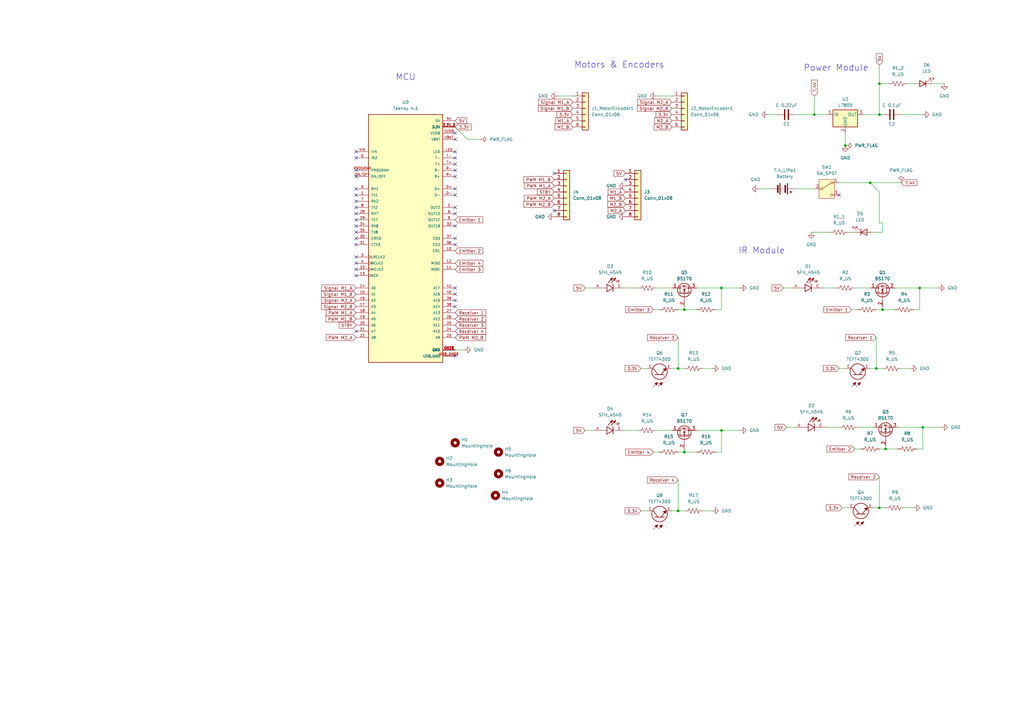
<source format=kicad_sch>
(kicad_sch (version 20250114) (generator "eeschema") (generator_version "9.0")
  (paper "A3")
  (lib_symbols
    (symbol "Connector_Generic:Conn_01x06" (pin_names (offset 1.016) (hide yes))
      (property "Reference" "J" (at 0 7.62 0))
      (property "Value" "Conn_01x06" (at 0 -10.16 0))
      (symbol "Conn_01x06_1_1"
        (pin passive line (at -5.08 5.08 0) (length 3.81) (name "Pin_1") (number "1"))
        (pin passive line (at -5.08 2.54 0) (length 3.81) (name "Pin_2") (number "2"))
        (pin passive line (at -5.08 0 0) (length 3.81) (name "Pin_3") (number "3"))
        (pin passive line (at -5.08 -2.54 0) (length 3.81) (name "Pin_4") (number "4"))
        (pin passive line (at -5.08 -5.08 0) (length 3.81) (name "Pin_5") (number "5"))
        (pin passive line (at -5.08 -7.62 0) (length 3.81) (name "Pin_6") (number "6"))
      )
    )
    (symbol "Connector_Generic:Conn_01x08" (pin_names (offset 1.016) (hide yes))
      (property "Reference" "J" (at 0 10.16 0))
      (property "Value" "Conn_01x08" (at 0 -12.7 0))
      (symbol "Conn_01x08_1_1"
        (pin passive line (at -5.08 7.62 0) (length 3.81) (name "Pin_1") (number "1"))
        (pin passive line (at -5.08 5.08 0) (length 3.81) (name "Pin_2") (number "2"))
        (pin passive line (at -5.08 2.54 0) (length 3.81) (name "Pin_3") (number "3"))
        (pin passive line (at -5.08 0 0) (length 3.81) (name "Pin_4") (number "4"))
        (pin passive line (at -5.08 -2.54 0) (length 3.81) (name "Pin_5") (number "5"))
        (pin passive line (at -5.08 -5.08 0) (length 3.81) (name "Pin_6") (number "6"))
        (pin passive line (at -5.08 -7.62 0) (length 3.81) (name "Pin_7") (number "7"))
        (pin passive line (at -5.08 -10.16 0) (length 3.81) (name "Pin_8") (number "8"))
      )
    )
    (symbol "Device:Battery" (pin_numbers (hide yes)) (pin_names (offset 0) (hide yes))
      (property "Reference" "BT" (at 2.54 2.54 0))
      (property "Value" "Battery" (at 2.54 0 0))
      (symbol "Battery_1_1"
        (pin passive line (at 0 5.08 270) (length 2.54) (name "+") (number "1"))
        (pin passive line (at 0 -5.08 90) (length 2.54) (name "-") (number "2"))
      )
    )
    (symbol "Device:C" (pin_numbers (hide yes)) (pin_names (offset 0.254))
      (property "Reference" "C" (at 0.635 2.54 0))
      (property "Value" "C" (at 0.635 -2.54 0))
      (symbol "C_1_1"
        (pin passive line (at 0 3.81 270) (length 2.794) (name "~") (number "1"))
        (pin passive line (at 0 -3.81 90) (length 2.794) (name "~") (number "2"))
      )
    )
    (symbol "Device:LED" (pin_numbers (hide yes)) (pin_names (offset 1.016) (hide yes))
      (property "Reference" "D" (at 0 2.54 0))
      (property "Value" "LED" (at 0 -2.54 0))
      (symbol "LED_1_1"
        (pin passive line (at -3.81 0 0) (length 2.54) (name "K") (number "1"))
        (pin passive line (at 3.81 0 180) (length 2.54) (name "A") (number "2"))
      )
    )
    (symbol "Device:R_US" (pin_numbers (hide yes)) (pin_names (offset 0))
      (property "Reference" "R" (at 2.54 0 90))
      (property "Value" "R_US" (at -2.54 0 90))
      (symbol "R_US_1_1"
        (pin passive line (at 0 3.81 270) (length 1.27) (name "~") (number "1"))
        (pin passive line (at 0 -3.81 90) (length 1.27) (name "~") (number "2"))
      )
    )
    (symbol "Mechanical:MountingHole" (pin_names (offset 1.016)) (in_bom no)
      (property "Reference" "H" (at 0 5.08 0))
      (property "Value" "MountingHole" (at 0 3.175 0))
    )
    (symbol "Regulator_Linear:L7805" (pin_names (offset 0.254))
      (property "Reference" "U" (at -3.81 3.175 0))
      (property "Value" "L7805" (at 0 3.175 0))
      (symbol "L7805_1_1"
        (pin power_in line (at -7.62 0 0) (length 2.54) (name "IN") (number "1"))
        (pin power_in line (at 0 -7.62 90) (length 2.54) (name "GND") (number "2"))
        (pin power_out line (at 7.62 0 180) (length 2.54) (name "OUT") (number "3"))
      )
    )
    (symbol "SFH_4545:SFH_4545" (pin_names (offset 1.016))
      (property "Reference" "D" (at -3.556 4.826 0))
      (property "Value" "SFH_4545" (at -3.556 -3.302 0))
      (symbol "SFH_4545_0_0"
        (text "IR" (at 1.016 2.032 0) (effects (font (size 1.016 1.016)) (justify left bottom)))
        (pin passive line (at -7.62 0 0) (length 2.54) (name "~") (number "A"))
        (pin passive line (at 5.08 0 180) (length 5.08) (name "~") (number "C"))
      )
    )
    (symbol "Switch:SW_SPDT" (pin_names (offset 0) (hide yes))
      (property "Reference" "SW" (at 0 5.08 0))
      (property "Value" "SW_SPDT" (at 0 -5.08 0))
      (symbol "SW_SPDT_1_1"
        (pin passive line (at -5.08 0 0) (length 2.54) (name "B") (number "2"))
        (pin passive line (at 5.08 2.54 180) (length 2.54) (name "A") (number "1"))
        (pin passive line (at 5.08 -2.54 180) (length 2.54) (name "C") (number "3"))
      )
    )
    (symbol "TEFT4300:TEFT4300" (pin_names (offset 1.016))
      (property "Reference" "Q" (at -10.1556 5.0822 0))
      (property "Value" "TEFT4300" (at -10.1508 -7.62 0))
      (symbol "TEFT4300_0_0"
        (pin passive line (at 2.54 5.08 270) (length 2.54) (name "~") (number "C"))
        (pin passive line (at 2.54 -5.08 90) (length 2.54) (name "~") (number "E"))
      )
    )
    (symbol "Teensy 4.1:DEV-16771" (pin_names (offset 1.016))
      (property "Reference" "U" (at -15.24 52.07 0))
      (property "Value" "DEV-16771" (at -15.24 -53.34 0))
      (symbol "DEV-16771_0_0"
        (pin input line (at -20.32 35.56 0) (length 5.08) (name "VIN") (number "VIN"))
        (pin bidirectional line (at -20.32 33.02 0) (length 5.08) (name "IN2") (number "5"))
        (pin bidirectional line (at -20.32 27.94 0) (length 5.08) (name "PROGRAM") (number "PROGRAM"))
        (pin bidirectional line (at -20.32 25.4 0) (length 5.08) (name "ON/OFF") (number "ON/OFF"))
        (pin bidirectional line (at -20.32 20.32 0) (length 5.08) (name "RX1") (number "0"))
        (pin bidirectional line (at -20.32 17.78 0) (length 5.08) (name "TX1") (number "1"))
        (pin bidirectional line (at -20.32 15.24 0) (length 5.08) (name "RX2") (number "7"))
        (pin bidirectional line (at -20.32 12.7 0) (length 5.08) (name "TX2") (number "8"))
        (pin bidirectional line (at -20.32 10.16 0) (length 5.08) (name "RX7") (number "28"))
        (pin bidirectional line (at -20.32 7.62 0) (length 5.08) (name "TX7") (number "29"))
        (pin bidirectional line (at -20.32 5.08 0) (length 5.08) (name "RX8") (number "34"))
        (pin bidirectional line (at -20.32 2.54 0) (length 5.08) (name "TX8") (number "35"))
        (pin bidirectional line (at -20.32 0 0) (length 5.08) (name "CRX3") (number "30"))
        (pin bidirectional line (at -20.32 -2.54 0) (length 5.08) (name "CTX3") (number "31"))
        (pin bidirectional clock (at -20.32 -7.62 0) (length 5.08) (name "LRCLK2") (number "3"))
        (pin bidirectional clock (at -20.32 -10.16 0) (length 5.08) (name "BCLK2") (number "4"))
        (pin bidirectional clock (at -20.32 -12.7 0) (length 5.08) (name "MCLK2") (number "33"))
        (pin bidirectional clock (at -20.32 -15.24 0) (length 5.08) (name "SCK") (number "13"))
        (pin bidirectional line (at -20.32 -20.32 0) (length 5.08) (name "A0") (number "14"))
        (pin bidirectional line (at -20.32 -22.86 0) (length 5.08) (name "A1") (number "15"))
        (pin bidirectional line (at -20.32 -25.4 0) (length 5.08) (name "A2") (number "16"))
        (pin bidirectional line (at -20.32 -27.94 0) (length 5.08) (name "A3") (number "17"))
        (pin bidirectional line (at -20.32 -30.48 0) (length 5.08) (name "A4") (number "18"))
        (pin bidirectional line (at -20.32 -33.02 0) (length 5.08) (name "A5") (number "19"))
        (pin bidirectional line (at -20.32 -35.56 0) (length 5.08) (name "A6") (number "20"))
        (pin bidirectional line (at -20.32 -38.1 0) (length 5.08) (name "A7") (number "21"))
        (pin bidirectional line (at -20.32 -40.64 0) (length 5.08) (name "A8") (number "22"))
        (pin power_in line (at 20.32 48.26 180) (length 5.08) (name "5V") (number "5V"))
        (pin power_in line (at 20.32 45.72 180) (length 5.08) (name "3.3V") (number "3.3V_1"))
        (pin power_in line (at 20.32 45.72 180) (length 5.08) (name "3.3V") (number "3.3V_2"))
        (pin power_in line (at 20.32 45.72 180) (length 5.08) (name "3.3V") (number "3.3V_3"))
        (pin passive line (at 20.32 43.18 180) (length 5.08) (name "VUSB") (number "VUSB"))
        (pin passive line (at 20.32 40.64 180) (length 5.08) (name "VBAT") (number "VBAT"))
        (pin bidirectional line (at 20.32 35.56 180) (length 5.08) (name "LED") (number "LED"))
        (pin bidirectional line (at 20.32 33.02 180) (length 5.08) (name "T-") (number "T-"))
        (pin bidirectional line (at 20.32 30.48 180) (length 5.08) (name "T+") (number "T+"))
        (pin bidirectional line (at 20.32 27.94 180) (length 5.08) (name "R-") (number "R-"))
        (pin bidirectional line (at 20.32 25.4 180) (length 5.08) (name "R+") (number "R+"))
        (pin bidirectional line (at 20.32 20.32 180) (length 5.08) (name "D+") (number "D+"))
        (pin bidirectional line (at 20.32 17.78 180) (length 5.08) (name "D-") (number "D-"))
        (pin output line (at 20.32 12.7 180) (length 5.08) (name "OUT2") (number "2"))
        (pin output line (at 20.32 10.16 180) (length 5.08) (name "OUT1D") (number "6"))
        (pin output line (at 20.32 7.62 180) (length 5.08) (name "OUT1C") (number "9"))
        (pin output line (at 20.32 5.08 180) (length 5.08) (name "OUT1B") (number "32"))
        (pin bidirectional line (at 20.32 0 180) (length 5.08) (name "CS3") (number "37"))
        (pin bidirectional line (at 20.32 -2.54 180) (length 5.08) (name "CS2") (number "36"))
        (pin bidirectional line (at 20.32 -5.08 180) (length 5.08) (name "CS1") (number "10"))
        (pin bidirectional line (at 20.32 -10.16 180) (length 5.08) (name "MISO") (number "12"))
        (pin bidirectional line (at 20.32 -12.7 180) (length 5.08) (name "MOSI") (number "11"))
        (pin bidirectional line (at 20.32 -20.32 180) (length 5.08) (name "A17") (number "41"))
        (pin bidirectional line (at 20.32 -22.86 180) (length 5.08) (name "A16") (number "40"))
        (pin bidirectional line (at 20.32 -25.4 180) (length 5.08) (name "A15") (number "39"))
        (pin bidirectional line (at 20.32 -27.94 180) (length 5.08) (name "A14") (number "38"))
        (pin bidirectional line (at 20.32 -30.48 180) (length 5.08) (name "A13") (number "27"))
        (pin bidirectional line (at 20.32 -33.02 180) (length 5.08) (name "A12") (number "26"))
        (pin bidirectional line (at 20.32 -35.56 180) (length 5.08) (name "A11") (number "25"))
        (pin bidirectional line (at 20.32 -38.1 180) (length 5.08) (name "A10") (number "24"))
        (pin bidirectional line (at 20.32 -40.64 180) (length 5.08) (name "A9") (number "23"))
        (pin power_in line (at 20.32 -45.72 180) (length 5.08) (name "GND") (number "GND1"))
        (pin power_in line (at 20.32 -45.72 180) (length 5.08) (name "GND") (number "GND2"))
        (pin power_in line (at 20.32 -45.72 180) (length 5.08) (name "GND") (number "GND3"))
        (pin power_in line (at 20.32 -45.72 180) (length 5.08) (name "GND") (number "GND4"))
        (pin power_in line (at 20.32 -45.72 180) (length 5.08) (name "GND") (number "GND5"))
        (pin power_in line (at 20.32 -48.26 180) (length 5.08) (name "USB_GND") (number "USB_GND1"))
        (pin power_in line (at 20.32 -48.26 180) (length 5.08) (name "USB_GND") (number "USB_GND2"))
      )
    )
    (symbol "Transistor_FET:BS170" (pin_names (hide yes))
      (property "Reference" "Q" (at 5.08 1.905 0))
      (property "Value" "BS170" (at 5.08 0 0))
      (symbol "BS170_1_1"
        (pin input line (at -5.08 0 0) (length 2.54) (name "G") (number "2"))
        (pin passive line (at 2.54 5.08 270) (length 2.54) (name "D") (number "1"))
        (pin passive line (at 2.54 -5.08 90) (length 2.54) (name "S") (number "3"))
      )
    )
    (symbol "power:GND" (power) (pin_numbers (hide yes)) (pin_names (offset 0) (hide yes))
      (property "Value" "GND" (at 0 -3.81 0))
      (symbol "GND_1_1"
        (pin power_in line (at 0 0 270) (length 0) (name "~") (number "1"))
      )
    )
    (symbol "power:PWR_FLAG" (power) (pin_numbers (hide yes)) (pin_names (offset 0) (hide yes))
      (property "Value" "PWR_FLAG" (at 0 3.81 0))
      (symbol "PWR_FLAG_0_0"
        (pin power_out line (at 0 0 90) (length 0) (name "~") (number "1"))
      )
    )
  )
  (text "Power Module" (at 342.9 27.94 0) (effects (font (size 2.54 2.54))))
  (text "IR Module" (at 312.42 102.87 0) (effects (font (size 2.54 2.54))))
  (text "MCU" (at 166.37 31.75 0) (effects (font (size 2.54 2.54))))
  (text "Motors & Encoders\n" (at 254 26.67 0) (effects (font (size 2.54 2.54))))
  (junction (at 295.91 118.11))
  (junction (at 295.91 176.53))
  (junction (at 363.22 184.15))
  (junction (at 360.68 46.99))
  (junction (at 360.68 208.28))
  (junction (at 334.01 46.99))
  (junction (at 356.87 74.93))
  (junction (at 361.95 127))
  (junction (at 280.67 185.42))
  (junction (at 278.13 151.13))
  (junction (at 378.46 175.26))
  (junction (at 346.71 59.69))
  (junction (at 377.19 118.11))
  (junction (at 278.13 209.55))
  (junction (at 359.41 151.13))
  (junction (at 280.67 127))
  (junction (at 360.68 34.29))
  (no_connect (at 186.69 123.19))
  (no_connect (at 146.05 92.71))
  (no_connect (at 146.05 64.77))
  (no_connect (at 344.17 80.01))
  (no_connect (at 186.69 64.77))
  (no_connect (at 146.05 80.01))
  (no_connect (at 186.69 77.47))
  (no_connect (at 186.69 67.31))
  (no_connect (at 186.69 54.61))
  (no_connect (at 146.05 100.33))
  (no_connect (at 146.05 90.17))
  (no_connect (at 186.69 87.63))
  (no_connect (at 186.69 92.71))
  (no_connect (at 146.05 97.79))
  (no_connect (at 146.05 69.85))
  (no_connect (at 146.05 72.39))
  (no_connect (at 146.05 135.89))
  (no_connect (at 186.69 85.09))
  (no_connect (at 186.69 62.23))
  (no_connect (at 186.69 146.05))
  (no_connect (at 146.05 113.03))
  (no_connect (at 146.05 107.95))
  (no_connect (at 146.05 85.09))
  (no_connect (at 146.05 82.55))
  (no_connect (at 146.05 105.41))
  (no_connect (at 186.69 57.15))
  (no_connect (at 146.05 95.25))
  (no_connect (at 186.69 97.79))
  (no_connect (at 256.54 73.66))
  (no_connect (at 227.33 71.12))
  (no_connect (at 186.69 80.01))
  (no_connect (at 146.05 77.47))
  (no_connect (at 227.33 86.36))
  (no_connect (at 186.69 120.65))
  (no_connect (at 146.05 62.23))
  (no_connect (at 186.69 125.73))
  (no_connect (at 186.69 118.11))
  (no_connect (at 146.05 110.49))
  (no_connect (at 186.69 100.33))
  (no_connect (at 186.69 69.85))
  (no_connect (at 186.69 72.39))
  (no_connect (at 146.05 87.63))
  (wire (pts (xy 334.01 39.37) (xy 334.01 46.99)))
  (wire (pts (xy 270.51 185.42) (xy 267.97 185.42)))
  (wire (pts (xy 293.37 185.42) (xy 295.91 185.42)))
  (wire (pts (xy 375.92 184.15) (xy 378.46 184.15)))
  (wire (pts (xy 359.41 151.13) (xy 361.95 151.13)))
  (wire (pts (xy 186.69 52.07) (xy 191.77 57.15)))
  (wire (pts (xy 345.44 208.28) (xy 347.98 208.28)))
  (wire (pts (xy 285.75 118.11) (xy 295.91 118.11)))
  (wire (pts (xy 356.87 151.13) (xy 359.41 151.13)))
  (wire (pts (xy 378.46 175.26) (xy 386.08 175.26)))
  (wire (pts (xy 295.91 176.53) (xy 303.53 176.53)))
  (wire (pts (xy 288.29 209.55) (xy 292.1 209.55)))
  (wire (pts (xy 358.14 95.25) (xy 361.95 95.25)))
  (wire (pts (xy 360.68 34.29) (xy 364.49 34.29)))
  (wire (pts (xy 240.03 176.53) (xy 243.84 176.53)))
  (wire (pts (xy 280.67 127) (xy 278.13 127)))
  (wire (pts (xy 363.22 184.15) (xy 360.68 184.15)))
  (wire (pts (xy 278.13 138.43) (xy 278.13 151.13)))
  (wire (pts (xy 293.37 127) (xy 295.91 127)))
  (wire (pts (xy 361.95 127) (xy 367.03 127)))
  (wire (pts (xy 278.13 151.13) (xy 280.67 151.13)))
  (wire (pts (xy 269.24 176.53) (xy 275.59 176.53)))
  (wire (pts (xy 269.24 39.37) (xy 275.59 39.37)))
  (wire (pts (xy 295.91 118.11) (xy 303.53 118.11)))
  (wire (pts (xy 360.68 195.58) (xy 360.68 208.28)))
  (wire (pts (xy 270.51 127) (xy 267.97 127)))
  (wire (pts (xy 334.01 46.99) (xy 339.09 46.99)))
  (wire (pts (xy 358.14 208.28) (xy 360.68 208.28)))
  (wire (pts (xy 356.87 74.93) (xy 369.57 74.93)))
  (wire (pts (xy 285.75 176.53) (xy 295.91 176.53)))
  (wire (pts (xy 280.67 127) (xy 285.75 127)))
  (wire (pts (xy 280.67 185.42) (xy 285.75 185.42)))
  (wire (pts (xy 377.19 118.11) (xy 377.19 127)))
  (wire (pts (xy 275.59 151.13) (xy 278.13 151.13)))
  (wire (pts (xy 360.68 91.44) (xy 360.68 78.74)))
  (wire (pts (xy 360.68 34.29) (xy 360.68 46.99)))
  (wire (pts (xy 367.03 118.11) (xy 377.19 118.11)))
  (wire (pts (xy 280.67 185.42) (xy 278.13 185.42)))
  (wire (pts (xy 346.71 59.69) (xy 346.71 54.61)))
  (wire (pts (xy 337.82 118.11) (xy 342.9 118.11)))
  (wire (pts (xy 311.15 77.47) (xy 316.23 77.47)))
  (wire (pts (xy 374.65 127) (xy 377.19 127)))
  (wire (pts (xy 288.29 151.13) (xy 292.1 151.13)))
  (wire (pts (xy 295.91 176.53) (xy 295.91 185.42)))
  (wire (pts (xy 344.17 151.13) (xy 346.71 151.13)))
  (wire (pts (xy 228.6 39.37) (xy 234.95 39.37)))
  (wire (pts (xy 361.95 95.25) (xy 361.95 91.44)))
  (wire (pts (xy 322.58 175.26) (xy 326.39 175.26)))
  (wire (pts (xy 353.06 184.15) (xy 350.52 184.15)))
  (wire (pts (xy 359.41 138.43) (xy 359.41 151.13)))
  (wire (pts (xy 361.95 127) (xy 359.41 127)))
  (wire (pts (xy 186.69 143.51) (xy 190.5 143.51)))
  (wire (pts (xy 240.03 118.11) (xy 243.84 118.11)))
  (wire (pts (xy 326.39 77.47) (xy 334.01 77.47)))
  (wire (pts (xy 369.57 46.99) (xy 378.46 46.99)))
  (wire (pts (xy 378.46 175.26) (xy 378.46 184.15)))
  (wire (pts (xy 280.67 125.73) (xy 280.67 127)))
  (wire (pts (xy 382.27 34.29) (xy 387.35 34.29)))
  (wire (pts (xy 256.54 176.53) (xy 261.62 176.53)))
  (wire (pts (xy 368.3 175.26) (xy 378.46 175.26)))
  (wire (pts (xy 262.89 209.55) (xy 265.43 209.55)))
  (wire (pts (xy 321.31 118.11) (xy 325.12 118.11)))
  (wire (pts (xy 318.77 46.99) (xy 314.96 46.99)))
  (wire (pts (xy 275.59 209.55) (xy 278.13 209.55)))
  (wire (pts (xy 262.89 151.13) (xy 265.43 151.13)))
  (wire (pts (xy 191.77 57.15) (xy 196.85 57.15)))
  (wire (pts (xy 377.19 118.11) (xy 384.81 118.11)))
  (wire (pts (xy 339.09 175.26) (xy 344.17 175.26)))
  (wire (pts (xy 350.52 118.11) (xy 356.87 118.11)))
  (wire (pts (xy 280.67 184.15) (xy 280.67 185.42)))
  (wire (pts (xy 361.95 91.44) (xy 360.68 91.44)))
  (wire (pts (xy 369.57 151.13) (xy 373.38 151.13)))
  (wire (pts (xy 351.79 127) (xy 349.25 127)))
  (wire (pts (xy 269.24 118.11) (xy 275.59 118.11)))
  (wire (pts (xy 332.74 95.25) (xy 340.36 95.25)))
  (wire (pts (xy 370.84 208.28) (xy 374.65 208.28)))
  (wire (pts (xy 363.22 184.15) (xy 368.3 184.15)))
  (wire (pts (xy 354.33 46.99) (xy 360.68 46.99)))
  (wire (pts (xy 351.79 175.26) (xy 358.14 175.26)))
  (wire (pts (xy 326.39 46.99) (xy 334.01 46.99)))
  (wire (pts (xy 360.68 26.67) (xy 360.68 34.29)))
  (wire (pts (xy 363.22 182.88) (xy 363.22 184.15)))
  (wire (pts (xy 278.13 196.85) (xy 278.13 209.55)))
  (wire (pts (xy 360.68 78.74) (xy 356.87 74.93)))
  (wire (pts (xy 347.98 95.25) (xy 350.52 95.25)))
  (wire (pts (xy 360.68 208.28) (xy 363.22 208.28)))
  (wire (pts (xy 372.11 34.29) (xy 374.65 34.29)))
  (wire (pts (xy 360.68 46.99) (xy 361.95 46.99)))
  (wire (pts (xy 278.13 209.55) (xy 280.67 209.55)))
  (wire (pts (xy 361.95 125.73) (xy 361.95 127)))
  (wire (pts (xy 295.91 118.11) (xy 295.91 127)))
  (wire (pts (xy 344.17 74.93) (xy 356.87 74.93)))
  (wire (pts (xy 256.54 118.11) (xy 261.62 118.11)))
  (global_label "Signal M1_A" (shape input) (at 146.05 118.11 180) (property "Intersheetrefs" "${INTERSHEET_REFS}" (effects (hide yes))))
  (global_label "M2_A" (shape input) (at 256.54 86.36 180) (property "Intersheetrefs" "${INTERSHEET_REFS}" (effects (hide yes))))
  (global_label "5V" (shape input) (at 256.54 71.12 180) (property "Intersheetrefs" "${INTERSHEET_REFS}" (effects (hide yes))))
  (global_label "Receiver 2" (shape input) (at 360.68 195.58 180) (property "Intersheetrefs" "${INTERSHEET_REFS}" (effects (hide yes))))
  (global_label "Receiver 4" (shape input) (at 186.69 135.89 0) (property "Intersheetrefs" "${INTERSHEET_REFS}" (effects (hide yes))))
  (global_label "3.3V" (shape input) (at 344.17 151.13 180) (property "Intersheetrefs" "${INTERSHEET_REFS}" (effects (hide yes))))
  (global_label "3.3V" (shape input) (at 262.89 151.13 180) (property "Intersheetrefs" "${INTERSHEET_REFS}" (effects (hide yes))))
  (global_label "PWM M2_A" (shape input) (at 146.05 138.43 180) (property "Intersheetrefs" "${INTERSHEET_REFS}" (effects (hide yes))))
  (global_label "M1_B" (shape input) (at 234.95 52.07 180) (property "Intersheetrefs" "${INTERSHEET_REFS}" (effects (hide yes))))
  (global_label "3.3V" (shape input) (at 275.59 46.99 180) (property "Intersheetrefs" "${INTERSHEET_REFS}" (effects (hide yes))))
  (global_label "Signal M2_A" (shape input) (at 146.05 123.19 180) (property "Intersheetrefs" "${INTERSHEET_REFS}" (effects (hide yes))))
  (global_label "Emitter 3" (shape input) (at 267.97 127 180) (property "Intersheetrefs" "${INTERSHEET_REFS}" (effects (hide yes))))
  (global_label "PWM M2_B" (shape input) (at 227.33 83.82 180) (property "Intersheetrefs" "${INTERSHEET_REFS}" (effects (hide yes))))
  (global_label "Receiver 1" (shape input) (at 359.41 138.43 180) (property "Intersheetrefs" "${INTERSHEET_REFS}" (effects (hide yes))))
  (global_label "5V" (shape input) (at 240.03 118.11 180) (property "Intersheetrefs" "${INTERSHEET_REFS}" (effects (hide yes))))
  (global_label "Signal M1_B" (shape input) (at 146.05 120.65 180) (property "Intersheetrefs" "${INTERSHEET_REFS}" (effects (hide yes))))
  (global_label "M2_B" (shape input) (at 275.59 52.07 180) (property "Intersheetrefs" "${INTERSHEET_REFS}" (effects (hide yes))))
  (global_label "PWM M2_B" (shape input) (at 186.69 138.43 0) (property "Intersheetrefs" "${INTERSHEET_REFS}" (effects (hide yes))))
  (global_label "5V" (shape input) (at 186.69 49.53 0) (property "Intersheetrefs" "${INTERSHEET_REFS}" (effects (hide yes))))
  (global_label "STBY" (shape input) (at 146.05 133.35 180) (property "Intersheetrefs" "${INTERSHEET_REFS}" (effects (hide yes))))
  (global_label "M1_B" (shape input) (at 256.54 81.28 180) (property "Intersheetrefs" "${INTERSHEET_REFS}" (effects (hide yes))))
  (global_label "5V" (shape input) (at 240.03 176.53 180) (property "Intersheetrefs" "${INTERSHEET_REFS}" (effects (hide yes))))
  (global_label "M1_A" (shape input) (at 256.54 78.74 180) (property "Intersheetrefs" "${INTERSHEET_REFS}" (effects (hide yes))))
  (global_label "7.4V" (shape input) (at 334.01 39.37 90) (property "Intersheetrefs" "${INTERSHEET_REFS}" (effects (hide yes))))
  (global_label "Emitter 3" (shape input) (at 186.69 110.49 0) (property "Intersheetrefs" "${INTERSHEET_REFS}" (effects (hide yes))))
  (global_label "PWM M1_B" (shape input) (at 227.33 73.66 180) (property "Intersheetrefs" "${INTERSHEET_REFS}" (effects (hide yes))))
  (global_label "3.3V" (shape input) (at 262.89 209.55 180) (property "Intersheetrefs" "${INTERSHEET_REFS}" (effects (hide yes))))
  (global_label "3.3V" (shape input) (at 345.44 208.28 180) (property "Intersheetrefs" "${INTERSHEET_REFS}" (effects (hide yes))))
  (global_label "Signal M1_B" (shape input) (at 234.95 44.45 180) (property "Intersheetrefs" "${INTERSHEET_REFS}" (effects (hide yes))))
  (global_label "Emitter 4" (shape input) (at 186.69 107.95 0) (property "Intersheetrefs" "${INTERSHEET_REFS}" (effects (hide yes))))
  (global_label "M2_A" (shape input) (at 275.59 49.53 180) (property "Intersheetrefs" "${INTERSHEET_REFS}" (effects (hide yes))))
  (global_label "5V" (shape input) (at 360.68 26.67 90) (property "Intersheetrefs" "${INTERSHEET_REFS}" (effects (hide yes))))
  (global_label "3.3V" (shape input) (at 234.95 46.99 180) (property "Intersheetrefs" "${INTERSHEET_REFS}" (effects (hide yes))))
  (global_label "Signal M2_B" (shape input) (at 146.05 125.73 180) (property "Intersheetrefs" "${INTERSHEET_REFS}" (effects (hide yes))))
  (global_label "PWM M1_A" (shape input) (at 146.05 128.27 180) (property "Intersheetrefs" "${INTERSHEET_REFS}" (effects (hide yes))))
  (global_label "M2_B" (shape input) (at 256.54 83.82 180) (property "Intersheetrefs" "${INTERSHEET_REFS}" (effects (hide yes))))
  (global_label "Receiver 2" (shape input) (at 186.69 130.81 0) (property "Intersheetrefs" "${INTERSHEET_REFS}" (effects (hide yes))))
  (global_label "Emitter 1" (shape input) (at 349.25 127 180) (property "Intersheetrefs" "${INTERSHEET_REFS}" (effects (hide yes))))
  (global_label "Signal M2_B" (shape input) (at 275.59 44.45 180) (property "Intersheetrefs" "${INTERSHEET_REFS}" (effects (hide yes))))
  (global_label "Receiver 1" (shape input) (at 186.69 128.27 0) (property "Intersheetrefs" "${INTERSHEET_REFS}" (effects (hide yes))))
  (global_label "3.3V" (shape input) (at 186.69 52.07 0) (property "Intersheetrefs" "${INTERSHEET_REFS}" (effects (hide yes))))
  (global_label "PWM M2_A" (shape input) (at 227.33 81.28 180) (property "Intersheetrefs" "${INTERSHEET_REFS}" (effects (hide yes))))
  (global_label "M1_A" (shape input) (at 234.95 49.53 180) (property "Intersheetrefs" "${INTERSHEET_REFS}" (effects (hide yes))))
  (global_label "Emitter 1" (shape input) (at 186.69 90.17 0) (property "Intersheetrefs" "${INTERSHEET_REFS}" (effects (hide yes))))
  (global_label "Receiver 4" (shape input) (at 278.13 196.85 180) (property "Intersheetrefs" "${INTERSHEET_REFS}" (effects (hide yes))))
  (global_label "Receiver 3" (shape input) (at 278.13 138.43 180) (property "Intersheetrefs" "${INTERSHEET_REFS}" (effects (hide yes))))
  (global_label "Signal M2_A" (shape input) (at 275.59 41.91 180) (property "Intersheetrefs" "${INTERSHEET_REFS}" (effects (hide yes))))
  (global_label "PWM M1_B" (shape input) (at 146.05 130.81 180) (property "Intersheetrefs" "${INTERSHEET_REFS}" (effects (hide yes))))
  (global_label "Receiver 3" (shape input) (at 186.69 133.35 0) (property "Intersheetrefs" "${INTERSHEET_REFS}" (effects (hide yes))))
  (global_label "5V" (shape input) (at 322.58 175.26 180) (property "Intersheetrefs" "${INTERSHEET_REFS}" (effects (hide yes))))
  (global_label "Signal M1_A" (shape input) (at 234.95 41.91 180) (property "Intersheetrefs" "${INTERSHEET_REFS}" (effects (hide yes))))
  (global_label "Emitter 2" (shape input) (at 350.52 184.15 180) (property "Intersheetrefs" "${INTERSHEET_REFS}" (effects (hide yes))))
  (global_label "Emitter 4" (shape input) (at 267.97 185.42 180) (property "Intersheetrefs" "${INTERSHEET_REFS}" (effects (hide yes))))
  (global_label "5V" (shape input) (at 321.31 118.11 180) (property "Intersheetrefs" "${INTERSHEET_REFS}" (effects (hide yes))))
  (global_label "Emitter 2" (shape input) (at 186.69 102.87 0) (property "Intersheetrefs" "${INTERSHEET_REFS}" (effects (hide yes))))
  (global_label "7.4V" (shape input) (at 369.57 74.93 0) (property "Intersheetrefs" "${INTERSHEET_REFS}" (effects (hide yes))))
  (global_label "PWM M1_A" (shape input) (at 227.33 76.2 180) (property "Intersheetrefs" "${INTERSHEET_REFS}" (effects (hide yes))))
  (global_label "STBY" (shape input) (at 227.33 78.74 180) (property "Intersheetrefs" "${INTERSHEET_REFS}" (effects (hide yes))))
  (symbol (lib_id "power:PWR_FLAG") (at 369.57 74.93 0) (unit 1)
    (property "Reference" "#FLG01" (effects (hide yes)))
    (property "Value" "PWR_FLAG" (at 369.57 69.85 0))
    (property "Description" "Special symbol for telling ERC where power comes from" (effects (hide yes)))
  )
  (symbol (lib_id "TEFT4300:TEFT4300") (at 353.06 210.82 90) (unit 1)
    (property "Reference" "Q4" (at 353.06 201.93 90))
    (property "Value" "TEFT4300" (at 353.06 204.47 90))
    (property "Footprint" "TEFT4300:XDCR_TEFT4300" (effects (hide yes)))
    (property "MF" "Vishay Semiconductor" (effects (hide yes)))
    (property "MAXIMUM_PACKAGE_HEIGHT" "6.10mm" (effects (hide yes)))
    (property "PACKAGE" "Radial Vishay" (effects (hide yes)))
    (property "Price" "None" (effects (hide yes)))
    (property "Package" "None" (effects (hide yes)))
    (property "Check_prices" "https://www.snapeda.com/parts/TEFT4300/Vishay/view-part/?ref=eda" (effects (hide yes)))
    (property "SnapEDA_Link" "https://www.snapeda.com/parts/TEFT4300/Vishay/view-part/?ref=snap" (effects (hide yes)))
    (property "MP" "TEFT4300" (effects (hide yes)))
    (property "Availability" "In Stock" (effects (hide yes)))
    (property "Description_1" "Phototransistors 925nm Top View Radial, 3mm Dia (T-1)" (effects (hide yes)))
  )
  (symbol (lib_id "Device:C") (at 365.76 46.99 90) (unit 1)
    (property "Reference" "C2" (at 365.76 50.8 90))
    (property "Value" "C 0.1uF" (at 365.76 43.18 90))
    (property "Footprint" "Capacitor_SMD:C_1206_3216Metric_Pad1.33x1.80mm_HandSolder" (effects (hide yes)))
    (property "Description" "Unpolarized capacitor" (effects (hide yes)))
  )
  (symbol (lib_id "power:GND") (at 378.46 46.99 90) (unit 1)
    (property "Reference" "#PWR03" (effects (hide yes)))
    (property "Value" "GND" (at 382.27 46.9899 90) (effects (justify right)))
    (property "Description" "Power symbol creates a global label with name \"GND\" , ground" (effects (hide yes)))
  )
  (symbol (lib_id "Device:R_US") (at 289.56 127 90) (unit 1)
    (property "Reference" "R12" (at 289.56 120.65 90))
    (property "Value" "R_US" (at 289.56 123.19 90))
    (property "Footprint" "Resistor_SMD:R_1206_3216Metric_Pad1.30x1.75mm_HandSolder" (effects (hide yes)))
    (property "Description" "Resistor, US symbol" (effects (hide yes)))
  )
  (symbol (lib_id "power:GND") (at 346.71 59.69 0) (unit 1)
    (property "Reference" "#PWR01" (effects (hide yes)))
    (property "Value" "GND" (at 346.71 64.77 0))
    (property "Description" "Power symbol creates a global label with name \"GND\" , ground" (effects (hide yes)))
  )
  (symbol (lib_id "power:GND") (at 190.5 143.51 90) (unit 1)
    (property "Reference" "#PWR05" (effects (hide yes)))
    (property "Value" "GND" (at 194.31 143.5099 90) (effects (justify right)))
    (property "Description" "Power symbol creates a global label with name \"GND\" , ground" (effects (hide yes)))
  )
  (symbol (lib_id "Device:R_US") (at 284.48 151.13 90) (unit 1)
    (property "Reference" "R13" (at 284.48 144.78 90))
    (property "Value" "R_US" (at 284.48 147.32 90))
    (property "Footprint" "Resistor_SMD:R_1206_3216Metric_Pad1.30x1.75mm_HandSolder" (effects (hide yes)))
    (property "Description" "Resistor, US symbol" (effects (hide yes)))
  )
  (symbol (lib_id "Device:R_US") (at 346.71 118.11 90) (unit 1)
    (property "Reference" "R2" (at 346.71 111.76 90))
    (property "Value" "R_US" (at 346.71 114.3 90))
    (property "Footprint" "Resistor_SMD:R_1206_3216Metric_Pad1.30x1.75mm_HandSolder" (effects (hide yes)))
    (property "Description" "Resistor, US symbol" (effects (hide yes)))
  )
  (symbol (lib_id "Device:R_US") (at 372.11 184.15 90) (unit 1)
    (property "Reference" "R8" (at 372.11 177.8 90))
    (property "Value" "R_US" (at 372.11 180.34 90))
    (property "Footprint" "Resistor_SMD:R_1206_3216Metric_Pad1.30x1.75mm_HandSolder" (effects (hide yes)))
    (property "Description" "Resistor, US symbol" (effects (hide yes)))
  )
  (symbol (lib_id "Device:R_US") (at 274.32 185.42 90) (unit 1)
    (property "Reference" "R15" (at 274.32 179.07 90))
    (property "Value" "R_US" (at 274.32 181.61 90))
    (property "Footprint" "Resistor_SMD:R_1206_3216Metric_Pad1.30x1.75mm_HandSolder" (effects (hide yes)))
    (property "Description" "Resistor, US symbol" (effects (hide yes)))
  )
  (symbol (lib_id "Switch:SW_SPDT") (at 339.09 77.47 0) (unit 1)
    (property "Reference" "SW1" (at 339.09 68.58 0))
    (property "Value" "SW_SPDT" (at 339.09 71.12 0))
    (property "Footprint" "Connector_PinHeader_2.54mm:PinHeader_1x03_P2.54mm_Vertical" (effects (hide yes)))
    (property "Description" "Switch, single pole double throw" (effects (hide yes)))
  )
  (symbol (lib_id "SFH_4545:SFH_4545") (at 251.46 118.11 0) (unit 1)
    (property "Reference" "D3" (at 250.2287 109.22 0))
    (property "Value" "SFH_4545" (at 250.2287 111.76 0))
    (property "Footprint" "SFH_4545:DIO_SFH_4545" (effects (hide yes)))
    (property "MF" "OSRAM Opto" (effects (hide yes)))
    (property "Description_1" "Infrared (IR) Emitter 950nm 1.5V 100mA 550mW/sr @ 100mA 10° Radial" (effects (hide yes)))
    (property "Package" "None" (effects (hide yes)))
    (property "Price" "None" (effects (hide yes)))
    (property "Check_prices" "https://www.snapeda.com/parts/SFH%204545/OSRAM/view-part/?ref=eda" (effects (hide yes)))
    (property "STANDARD" "Manufacturer Recommendations" (effects (hide yes)))
    (property "PARTREV" "1.5" (effects (hide yes)))
    (property "SnapEDA_Link" "https://www.snapeda.com/parts/SFH%204545/OSRAM/view-part/?ref=snap" (effects (hide yes)))
    (property "MP" "SFH 4545" (effects (hide yes)))
    (property "Availability" "In Stock" (effects (hide yes)))
    (property "MANUFACTURER" "OSRAM" (effects (hide yes)))
  )
  (symbol (lib_id "Device:R_US") (at 265.43 118.11 90) (unit 1)
    (property "Reference" "R10" (at 265.43 111.76 90))
    (property "Value" "R_US" (at 265.43 114.3 90))
    (property "Footprint" "Resistor_SMD:R_1206_3216Metric_Pad1.30x1.75mm_HandSolder" (effects (hide yes)))
    (property "Description" "Resistor, US symbol" (effects (hide yes)))
  )
  (symbol (lib_id "Transistor_FET:BS170") (at 280.67 179.07 90) (unit 1)
    (property "Reference" "Q7" (at 280.67 170.18 90))
    (property "Value" "BS170" (at 280.67 172.72 90))
    (property "Footprint" "Package_TO_SOT_THT:TO-92_Inline" (effects (hide yes)))
    (property "Datasheet" "https://www.onsemi.com/pub/Collateral/BS170-D.PDF" (effects (hide yes)))
    (property "Description" "0.5A Id, 60V Vds, N-Channel MOSFET, TO-92" (effects (hide yes)))
  )
  (symbol (lib_id "Device:R_US") (at 370.84 127 90) (unit 1)
    (property "Reference" "R4" (at 370.84 120.65 90))
    (property "Value" "R_US" (at 370.84 123.19 90))
    (property "Footprint" "Resistor_SMD:R_1206_3216Metric_Pad1.30x1.75mm_HandSolder" (effects (hide yes)))
    (property "Description" "Resistor, US symbol" (effects (hide yes)))
  )
  (symbol (lib_id "power:GND") (at 227.33 88.9 270) (unit 1)
    (property "Reference" "#PWR019" (effects (hide yes)))
    (property "Value" "GND" (at 223.52 88.8999 90) (effects (justify right)))
    (property "Description" "Power symbol creates a global label with name \"GND\" , ground" (effects (hide yes)))
  )
  (symbol (lib_id "Connector_Generic:Conn_01x06") (at 240.03 44.45 0) (unit 1)
    (property "Reference" "J1_MotorEncoder1" (at 242.57 44.4499 0) (effects (justify left)))
    (property "Value" "Conn_01x06" (at 242.57 46.9899 0) (effects (justify left)))
    (property "Footprint" "Connector_PinSocket_2.54mm:PinSocket_1x06_P2.54mm_Vertical" (effects (hide yes)))
    (property "Description" "Generic connector, single row, 01x06, script generated (kicad-library-utils/schlib/autogen/connector/)" (effects (hide yes)))
  )
  (symbol (lib_id "power:GND") (at 256.54 76.2 270) (unit 1)
    (property "Reference" "#PWR021" (effects (hide yes)))
    (property "Value" "GND" (at 252.73 76.1999 90) (effects (justify right)))
    (property "Description" "Power symbol creates a global label with name \"GND\" , ground" (effects (hide yes)))
  )
  (symbol (lib_id "Mechanical:MountingHole") (at 186.69 181.61 0) (unit 1) (in_bom no)
    (property "Reference" "H1" (at 189.23 180.3399 0) (effects (justify left)))
    (property "Value" "MountingHole" (at 189.23 182.8799 0) (effects (justify left)))
    (property "Footprint" "MountingHole:MountingHole_4.3mm_M4" (effects (hide yes)))
    (property "Description" "Mounting Hole without connection" (effects (hide yes)))
  )
  (symbol (lib_id "power:GND") (at 256.54 88.9 270) (unit 1)
    (property "Reference" "#PWR020" (effects (hide yes)))
    (property "Value" "GND" (at 252.73 88.8999 90) (effects (justify right)))
    (property "Description" "Power symbol creates a global label with name \"GND\" , ground" (effects (hide yes)))
  )
  (symbol (lib_id "Regulator_Linear:L7805") (at 346.71 46.99 0) (unit 1)
    (property "Reference" "U2" (at 346.71 40.64 0))
    (property "Value" "L7805" (at 346.71 43.18 0))
    (property "Footprint" "Package_TO_SOT_THT:TO-220-3_Vertical" (effects (hide yes)))
    (property "Datasheet" "http://www.st.com/content/ccc/resource/technical/document/datasheet/41/4f/b3/b0/12/d4/47/88/CD00000444.pdf/files/CD00000444.pdf/jcr:content/translations/en.CD00000444.pdf" (effects (hide yes)))
    (property "Description" "Positive 1.5A 35V Linear Regulator, Fixed Output 5V, TO-220/TO-263/TO-252" (effects (hide yes)))
  )
  (symbol (lib_id "SFH_4545:SFH_4545") (at 332.74 118.11 0) (unit 1)
    (property "Reference" "D1" (at 331.5087 109.22 0))
    (property "Value" "SFH_4545" (at 331.5087 111.76 0))
    (property "Footprint" "SFH_4545:DIO_SFH_4545" (effects (hide yes)))
    (property "MF" "OSRAM Opto" (effects (hide yes)))
    (property "Description_1" "Infrared (IR) Emitter 950nm 1.5V 100mA 550mW/sr @ 100mA 10° Radial" (effects (hide yes)))
    (property "Package" "None" (effects (hide yes)))
    (property "Price" "None" (effects (hide yes)))
    (property "Check_prices" "https://www.snapeda.com/parts/SFH%204545/OSRAM/view-part/?ref=eda" (effects (hide yes)))
    (property "STANDARD" "Manufacturer Recommendations" (effects (hide yes)))
    (property "PARTREV" "1.5" (effects (hide yes)))
    (property "SnapEDA_Link" "https://www.snapeda.com/parts/SFH%204545/OSRAM/view-part/?ref=snap" (effects (hide yes)))
    (property "MP" "SFH 4545" (effects (hide yes)))
    (property "Availability" "In Stock" (effects (hide yes)))
    (property "MANUFACTURER" "OSRAM" (effects (hide yes)))
  )
  (symbol (lib_id "SFH_4545:SFH_4545") (at 251.46 176.53 0) (unit 1)
    (property "Reference" "D4" (at 250.2287 167.64 0))
    (property "Value" "SFH_4545" (at 250.2287 170.18 0))
    (property "Footprint" "SFH_4545:DIO_SFH_4545" (effects (hide yes)))
    (property "MF" "OSRAM Opto" (effects (hide yes)))
    (property "Description_1" "Infrared (IR) Emitter 950nm 1.5V 100mA 550mW/sr @ 100mA 10° Radial" (effects (hide yes)))
    (property "Package" "None" (effects (hide yes)))
    (property "Price" "None" (effects (hide yes)))
    (property "Check_prices" "https://www.snapeda.com/parts/SFH%204545/OSRAM/view-part/?ref=eda" (effects (hide yes)))
    (property "STANDARD" "Manufacturer Recommendations" (effects (hide yes)))
    (property "PARTREV" "1.5" (effects (hide yes)))
    (property "SnapEDA_Link" "https://www.snapeda.com/parts/SFH%204545/OSRAM/view-part/?ref=snap" (effects (hide yes)))
    (property "MP" "SFH 4545" (effects (hide yes)))
    (property "Availability" "In Stock" (effects (hide yes)))
    (property "MANUFACTURER" "OSRAM" (effects (hide yes)))
  )
  (symbol (lib_id "Teensy 4.1:DEV-16771") (at 166.37 97.79 0) (unit 1)
    (property "Reference" "U0" (at 166.37 41.91 0))
    (property "Value" "Teensy 4.1" (at 166.37 44.45 0))
    (property "Footprint" "DEV-16771:MODULE_DEV-16771" (effects (hide yes)))
    (property "MF" "SparkFun Electronics" (effects (hide yes)))
    (property "MAXIMUM_PACKAGE_HEIGHT" "4.07mm" (effects (hide yes)))
    (property "Package" "None" (effects (hide yes)))
    (property "Price" "None" (effects (hide yes)))
    (property "Check_prices" "https://www.snapeda.com/parts/DEV-16771/SparkFun/view-part/?ref=eda" (effects (hide yes)))
    (property "STANDARD" "Manufacturer recommendations" (effects (hide yes)))
    (property "PARTREV" "4.1" (effects (hide yes)))
    (property "SnapEDA_Link" "https://www.snapeda.com/parts/DEV-16771/SparkFun/view-part/?ref=snap" (effects (hide yes)))
    (property "MP" "DEV-16771" (effects (hide yes)))
    (property "Description_1" "RT1062 Teensy 4.1 series ARM® Cortex®-M7 MPU Embedded Evaluation Board" (effects (hide yes)))
    (property "Availability" "In Stock" (effects (hide yes)))
    (property "MANUFACTURER" "SparkFun Electronics" (effects (hide yes)))
  )
  (symbol (lib_id "power:GND") (at 303.53 118.11 90) (unit 1)
    (property "Reference" "#PWR011" (effects (hide yes)))
    (property "Value" "GND" (at 307.34 118.1099 90) (effects (justify right)))
    (property "Description" "Power symbol creates a global label with name \"GND\" , ground" (effects (hide yes)))
  )
  (symbol (lib_id "Device:R_US") (at 274.32 127 90) (unit 1)
    (property "Reference" "R11" (at 274.32 120.65 90))
    (property "Value" "R_US" (at 274.32 123.19 90))
    (property "Footprint" "Resistor_SMD:R_1206_3216Metric_Pad1.30x1.75mm_HandSolder" (effects (hide yes)))
    (property "Description" "Resistor, US symbol" (effects (hide yes)))
  )
  (symbol (lib_id "Mechanical:MountingHole") (at 203.2 203.2 0) (unit 1) (in_bom no)
    (property "Reference" "H4" (at 205.74 201.9299 0) (effects (justify left)))
    (property "Value" "MountingHole" (at 205.74 204.4699 0) (effects (justify left)))
    (property "Footprint" "MountingHole:MountingHole_4.3mm_M4" (effects (hide yes)))
    (property "Description" "Mounting Hole without connection" (effects (hide yes)))
  )
  (symbol (lib_id "SFH_4545:SFH_4545") (at 334.01 175.26 0) (unit 1)
    (property "Reference" "D2" (at 332.7787 166.37 0))
    (property "Value" "SFH_4545" (at 332.7787 168.91 0))
    (property "Footprint" "SFH_4545:DIO_SFH_4545" (effects (hide yes)))
    (property "MF" "OSRAM Opto" (effects (hide yes)))
    (property "Description_1" "Infrared (IR) Emitter 950nm 1.5V 100mA 550mW/sr @ 100mA 10° Radial" (effects (hide yes)))
    (property "Package" "None" (effects (hide yes)))
    (property "Price" "None" (effects (hide yes)))
    (property "Check_prices" "https://www.snapeda.com/parts/SFH%204545/OSRAM/view-part/?ref=eda" (effects (hide yes)))
    (property "STANDARD" "Manufacturer Recommendations" (effects (hide yes)))
    (property "PARTREV" "1.5" (effects (hide yes)))
    (property "SnapEDA_Link" "https://www.snapeda.com/parts/SFH%204545/OSRAM/view-part/?ref=snap" (effects (hide yes)))
    (property "MP" "SFH 4545" (effects (hide yes)))
    (property "Availability" "In Stock" (effects (hide yes)))
    (property "MANUFACTURER" "OSRAM" (effects (hide yes)))
  )
  (symbol (lib_id "Device:Battery") (at 321.31 77.47 270) (unit 1)
    (property "Reference" "7.4_LiPo1" (at 321.8815 69.85 90))
    (property "Value" "Battery" (at 321.8815 72.39 90))
    (property "Footprint" "Connector_PinHeader_2.54mm:PinHeader_1x02_P2.54mm_Vertical" (effects (hide yes)))
    (property "Description" "Multiple-cell battery" (effects (hide yes)))
  )
  (symbol (lib_id "power:PWR_FLAG") (at 196.85 57.15 270) (unit 1)
    (property "Reference" "#FLG02" (effects (hide yes)))
    (property "Value" "PWR_FLAG" (at 200.66 57.1499 90) (effects (justify left)))
    (property "Description" "Special symbol for telling ERC where power comes from" (effects (hide yes)))
  )
  (symbol (lib_id "power:GND") (at 387.35 34.29 0) (unit 1)
    (property "Reference" "#PWR07" (effects (hide yes)))
    (property "Value" "GND" (at 387.35 39.37 0))
    (property "Description" "Power symbol creates a global label with name \"GND\" , ground" (effects (hide yes)))
  )
  (symbol (lib_id "TEFT4300:TEFT4300") (at 270.51 153.67 90) (unit 1)
    (property "Reference" "Q6" (at 270.51 144.78 90))
    (property "Value" "TEFT4300" (at 270.51 147.32 90))
    (property "Footprint" "TEFT4300:XDCR_TEFT4300" (effects (hide yes)))
    (property "MF" "Vishay Semiconductor" (effects (hide yes)))
    (property "MAXIMUM_PACKAGE_HEIGHT" "6.10mm" (effects (hide yes)))
    (property "PACKAGE" "Radial Vishay" (effects (hide yes)))
    (property "Price" "None" (effects (hide yes)))
    (property "Package" "None" (effects (hide yes)))
    (property "Check_prices" "https://www.snapeda.com/parts/TEFT4300/Vishay/view-part/?ref=eda" (effects (hide yes)))
    (property "SnapEDA_Link" "https://www.snapeda.com/parts/TEFT4300/Vishay/view-part/?ref=snap" (effects (hide yes)))
    (property "MP" "TEFT4300" (effects (hide yes)))
    (property "Availability" "In Stock" (effects (hide yes)))
    (property "Description_1" "Phototransistors 925nm Top View Radial, 3mm Dia (T-1)" (effects (hide yes)))
  )
  (symbol (lib_id "Device:R_US") (at 344.17 95.25 90) (unit 1)
    (property "Reference" "R1_1" (at 344.17 88.9 90))
    (property "Value" "R_US" (at 344.17 91.44 90))
    (property "Footprint" "Resistor_SMD:R_1206_3216Metric_Pad1.30x1.75mm_HandSolder" (effects (hide yes)))
    (property "Description" "Resistor, US symbol" (effects (hide yes)))
  )
  (symbol (lib_id "Connector_Generic:Conn_01x06") (at 280.67 44.45 0) (unit 1)
    (property "Reference" "J2_MotorEncoder1" (at 283.21 44.4499 0) (effects (justify left)))
    (property "Value" "Conn_01x06" (at 283.21 46.9899 0) (effects (justify left)))
    (property "Footprint" "Connector_PinSocket_2.54mm:PinSocket_1x06_P2.54mm_Vertical" (effects (hide yes)))
    (property "Description" "Generic connector, single row, 01x06, script generated (kicad-library-utils/schlib/autogen/connector/)" (effects (hide yes)))
  )
  (symbol (lib_id "power:GND") (at 332.74 95.25 0) (unit 1)
    (property "Reference" "#PWR04" (effects (hide yes)))
    (property "Value" "GND" (at 332.74 100.33 0))
    (property "Description" "Power symbol creates a global label with name \"GND\" , ground" (effects (hide yes)))
  )
  (symbol (lib_id "power:GND") (at 314.96 46.99 270) (unit 1)
    (property "Reference" "#PWR02" (effects (hide yes)))
    (property "Value" "GND" (at 311.15 46.9901 90) (effects (justify right)))
    (property "Description" "Power symbol creates a global label with name \"GND\" , ground" (effects (hide yes)))
  )
  (symbol (lib_id "TEFT4300:TEFT4300") (at 270.51 212.09 90) (unit 1)
    (property "Reference" "Q8" (at 270.51 203.2 90))
    (property "Value" "TEFT4300" (at 270.51 205.74 90))
    (property "Footprint" "TEFT4300:XDCR_TEFT4300" (effects (hide yes)))
    (property "MF" "Vishay Semiconductor" (effects (hide yes)))
    (property "MAXIMUM_PACKAGE_HEIGHT" "6.10mm" (effects (hide yes)))
    (property "PACKAGE" "Radial Vishay" (effects (hide yes)))
    (property "Price" "None" (effects (hide yes)))
    (property "Package" "None" (effects (hide yes)))
    (property "Check_prices" "https://www.snapeda.com/parts/TEFT4300/Vishay/view-part/?ref=eda" (effects (hide yes)))
    (property "SnapEDA_Link" "https://www.snapeda.com/parts/TEFT4300/Vishay/view-part/?ref=snap" (effects (hide yes)))
    (property "MP" "TEFT4300" (effects (hide yes)))
    (property "Availability" "In Stock" (effects (hide yes)))
    (property "Description_1" "Phototransistors 925nm Top View Radial, 3mm Dia (T-1)" (effects (hide yes)))
  )
  (symbol (lib_id "Device:R_US") (at 289.56 185.42 90) (unit 1)
    (property "Reference" "R16" (at 289.56 179.07 90))
    (property "Value" "R_US" (at 289.56 181.61 90))
    (property "Footprint" "Resistor_SMD:R_1206_3216Metric_Pad1.30x1.75mm_HandSolder" (effects (hide yes)))
    (property "Description" "Resistor, US symbol" (effects (hide yes)))
  )
  (symbol (lib_id "Device:LED") (at 354.33 95.25 0) (mirror x) (unit 1)
    (property "Reference" "D5" (at 352.7425 87.63 0))
    (property "Value" "LED" (at 352.7425 90.17 0))
    (property "Footprint" "LED_THT:LED_D5.0mm" (effects (hide yes)))
    (property "Description" "Light emitting diode" (effects (hide yes)))
    (property "Sim.Pins" "1=K 2=A" (effects (hide yes)))
  )
  (symbol (lib_id "power:GND") (at 228.6 39.37 270) (unit 1)
    (property "Reference" "#PWR018" (effects (hide yes)))
    (property "Value" "GND" (at 224.79 39.3699 90) (effects (justify right)))
    (property "Description" "Power symbol creates a global label with name \"GND\" , ground" (effects (hide yes)))
  )
  (symbol (lib_id "power:PWR_FLAG") (at 346.71 59.69 270) (mirror x) (unit 1)
    (property "Reference" "#FLG03" (effects (hide yes)))
    (property "Value" "PWR_FLAG" (at 350.52 59.6899 90) (effects (justify left)))
    (property "Description" "Special symbol for telling ERC where power comes from" (effects (hide yes)))
  )
  (symbol (lib_id "power:GND") (at 269.24 39.37 270) (unit 1)
    (property "Reference" "#PWR016" (effects (hide yes)))
    (property "Value" "GND" (at 265.43 39.3699 90) (effects (justify right)))
    (property "Description" "Power symbol creates a global label with name \"GND\" , ground" (effects (hide yes)))
  )
  (symbol (lib_id "Transistor_FET:BS170") (at 280.67 120.65 90) (unit 1)
    (property "Reference" "Q5" (at 280.67 111.76 90))
    (property "Value" "BS170" (at 280.67 114.3 90))
    (property "Footprint" "Package_TO_SOT_THT:TO-92_Inline" (effects (hide yes)))
    (property "Datasheet" "https://www.onsemi.com/pub/Collateral/BS170-D.PDF" (effects (hide yes)))
    (property "Description" "0.5A Id, 60V Vds, N-Channel MOSFET, TO-92" (effects (hide yes)))
  )
  (symbol (lib_id "Device:R_US") (at 365.76 151.13 90) (unit 1)
    (property "Reference" "R5" (at 365.76 144.78 90))
    (property "Value" "R_US" (at 365.76 147.32 90))
    (property "Footprint" "Resistor_SMD:R_1206_3216Metric_Pad1.30x1.75mm_HandSolder" (effects (hide yes)))
    (property "Description" "Resistor, US symbol" (effects (hide yes)))
  )
  (symbol (lib_id "power:GND") (at 374.65 208.28 90) (unit 1)
    (property "Reference" "#PWR012" (effects (hide yes)))
    (property "Value" "GND" (at 378.46 208.2799 90) (effects (justify right)))
    (property "Description" "Power symbol creates a global label with name \"GND\" , ground" (effects (hide yes)))
  )
  (symbol (lib_id "Mechanical:MountingHole") (at 180.34 198.12 0) (unit 1) (in_bom no)
    (property "Reference" "H3" (at 182.88 196.8499 0) (effects (justify left)))
    (property "Value" "MountingHole" (at 182.88 199.3899 0) (effects (justify left)))
    (property "Footprint" "MountingHole:MountingHole_4.3mm_M4" (effects (hide yes)))
    (property "Description" "Mounting Hole without connection" (effects (hide yes)))
  )
  (symbol (lib_id "Transistor_FET:BS170") (at 363.22 177.8 90) (unit 1)
    (property "Reference" "Q3" (at 363.22 168.91 90))
    (property "Value" "BS170" (at 363.22 171.45 90))
    (property "Footprint" "Package_TO_SOT_THT:TO-92_Inline" (effects (hide yes)))
    (property "Datasheet" "https://www.onsemi.com/pub/Collateral/BS170-D.PDF" (effects (hide yes)))
    (property "Description" "0.5A Id, 60V Vds, N-Channel MOSFET, TO-92" (effects (hide yes)))
  )
  (symbol (lib_id "Mechanical:MountingHole") (at 180.34 189.23 0) (unit 1) (in_bom no)
    (property "Reference" "H2" (at 182.88 187.9599 0) (effects (justify left)))
    (property "Value" "MountingHole" (at 182.88 190.4999 0) (effects (justify left)))
    (property "Footprint" "MountingHole:MountingHole_4.3mm_M4" (effects (hide yes)))
    (property "Description" "Mounting Hole without connection" (effects (hide yes)))
  )
  (symbol (lib_id "power:GND") (at 303.53 176.53 90) (unit 1)
    (property "Reference" "#PWR015" (effects (hide yes)))
    (property "Value" "GND" (at 307.34 176.5299 90) (effects (justify right)))
    (property "Description" "Power symbol creates a global label with name \"GND\" , ground" (effects (hide yes)))
  )
  (symbol (lib_id "Transistor_FET:BS170") (at 361.95 120.65 90) (unit 1)
    (property "Reference" "Q1" (at 361.95 111.76 90))
    (property "Value" "BS170" (at 361.95 114.3 90))
    (property "Footprint" "Package_TO_SOT_THT:TO-92_Inline" (effects (hide yes)))
    (property "Datasheet" "https://www.onsemi.com/pub/Collateral/BS170-D.PDF" (effects (hide yes)))
    (property "Description" "0.5A Id, 60V Vds, N-Channel MOSFET, TO-92" (effects (hide yes)))
  )
  (symbol (lib_id "Connector_Generic:Conn_01x08") (at 261.62 78.74 0) (unit 1)
    (property "Reference" "J3" (at 264.16 78.7399 0) (effects (justify left)))
    (property "Value" "Conn_01x08" (at 264.16 81.2799 0) (effects (justify left)))
    (property "Footprint" "Connector_PinSocket_2.54mm:PinSocket_1x08_P2.54mm_Vertical" (effects (hide yes)))
    (property "Description" "Generic connector, single row, 01x08, script generated (kicad-library-utils/schlib/autogen/connector/)" (effects (hide yes)))
  )
  (symbol (lib_id "power:GND") (at 292.1 209.55 90) (unit 1)
    (property "Reference" "#PWR014" (effects (hide yes)))
    (property "Value" "GND" (at 295.91 209.5499 90) (effects (justify right)))
    (property "Description" "Power symbol creates a global label with name \"GND\" , ground" (effects (hide yes)))
  )
  (symbol (lib_id "Device:R_US") (at 284.48 209.55 90) (unit 1)
    (property "Reference" "R17" (at 284.48 203.2 90))
    (property "Value" "R_US" (at 284.48 205.74 90))
    (property "Footprint" "Resistor_SMD:R_1206_3216Metric_Pad1.30x1.75mm_HandSolder" (effects (hide yes)))
    (property "Description" "Resistor, US symbol" (effects (hide yes)))
  )
  (symbol (lib_id "power:GND") (at 373.38 151.13 90) (unit 1)
    (property "Reference" "#PWR010" (effects (hide yes)))
    (property "Value" "GND" (at 377.19 151.1299 90) (effects (justify right)))
    (property "Description" "Power symbol creates a global label with name \"GND\" , ground" (effects (hide yes)))
  )
  (symbol (lib_id "Device:R_US") (at 265.43 176.53 90) (unit 1)
    (property "Reference" "R14" (at 265.43 170.18 90))
    (property "Value" "R_US" (at 265.43 172.72 90))
    (property "Footprint" "Resistor_SMD:R_1206_3216Metric_Pad1.30x1.75mm_HandSolder" (effects (hide yes)))
    (property "Description" "Resistor, US symbol" (effects (hide yes)))
  )
  (symbol (lib_id "Device:R_US") (at 356.87 184.15 90) (unit 1)
    (property "Reference" "R7" (at 356.87 177.8 90))
    (property "Value" "R_US" (at 356.87 180.34 90))
    (property "Footprint" "Resistor_SMD:R_1206_3216Metric_Pad1.30x1.75mm_HandSolder" (effects (hide yes)))
    (property "Description" "Resistor, US symbol" (effects (hide yes)))
  )
  (symbol (lib_id "Mechanical:MountingHole") (at 204.47 185.42 0) (unit 1) (in_bom no)
    (property "Reference" "H5" (at 207.01 184.1499 0) (effects (justify left)))
    (property "Value" "MountingHole" (at 207.01 186.6899 0) (effects (justify left)))
    (property "Footprint" "MountingHole:MountingHole_4.3mm_M4" (effects (hide yes)))
    (property "Description" "Mounting Hole without connection" (effects (hide yes)))
  )
  (symbol (lib_id "power:GND") (at 311.15 77.47 270) (unit 1)
    (property "Reference" "#PWR06" (effects (hide yes)))
    (property "Value" "GND" (at 309.88 73.66 90))
    (property "Description" "Power symbol creates a global label with name \"GND\" , ground" (effects (hide yes)))
  )
  (symbol (lib_id "power:GND") (at 386.08 175.26 90) (unit 1)
    (property "Reference" "#PWR013" (effects (hide yes)))
    (property "Value" "GND" (at 389.89 175.2599 90) (effects (justify right)))
    (property "Description" "Power symbol creates a global label with name \"GND\" , ground" (effects (hide yes)))
  )
  (symbol (lib_id "TEFT4300:TEFT4300") (at 351.79 153.67 90) (unit 1)
    (property "Reference" "Q2" (at 351.79 144.78 90))
    (property "Value" "TEFT4300" (at 351.79 147.32 90))
    (property "Footprint" "TEFT4300:XDCR_TEFT4300" (effects (hide yes)))
    (property "MF" "Vishay Semiconductor" (effects (hide yes)))
    (property "MAXIMUM_PACKAGE_HEIGHT" "6.10mm" (effects (hide yes)))
    (property "PACKAGE" "Radial Vishay" (effects (hide yes)))
    (property "Price" "None" (effects (hide yes)))
    (property "Package" "None" (effects (hide yes)))
    (property "Check_prices" "https://www.snapeda.com/parts/TEFT4300/Vishay/view-part/?ref=eda" (effects (hide yes)))
    (property "SnapEDA_Link" "https://www.snapeda.com/parts/TEFT4300/Vishay/view-part/?ref=snap" (effects (hide yes)))
    (property "MP" "TEFT4300" (effects (hide yes)))
    (property "Availability" "In Stock" (effects (hide yes)))
    (property "Description_1" "Phototransistors 925nm Top View Radial, 3mm Dia (T-1)" (effects (hide yes)))
  )
  (symbol (lib_id "Mechanical:MountingHole") (at 204.47 194.31 0) (unit 1) (in_bom no)
    (property "Reference" "H6" (at 207.01 193.0399 0) (effects (justify left)))
    (property "Value" "MountingHole" (at 207.01 195.5799 0) (effects (justify left)))
    (property "Footprint" "MountingHole:MountingHole_4.3mm_M4" (effects (hide yes)))
    (property "Description" "Mounting Hole without connection" (effects (hide yes)))
  )
  (symbol (lib_id "Device:R_US") (at 368.3 34.29 90) (unit 1)
    (property "Reference" "R1_2" (at 368.3 27.94 90))
    (property "Value" "R_US" (at 368.3 30.48 90))
    (property "Footprint" "Resistor_SMD:R_1206_3216Metric_Pad1.30x1.75mm_HandSolder" (effects (hide yes)))
    (property "Description" "Resistor, US symbol" (effects (hide yes)))
  )
  (symbol (lib_id "Device:R_US") (at 367.03 208.28 90) (unit 1)
    (property "Reference" "R9" (at 367.03 201.93 90))
    (property "Value" "R_US" (at 367.03 204.47 90))
    (property "Footprint" "Resistor_SMD:R_1206_3216Metric_Pad1.30x1.75mm_HandSolder" (effects (hide yes)))
    (property "Description" "Resistor, US symbol" (effects (hide yes)))
  )
  (symbol (lib_id "Device:C") (at 322.58 46.99 270) (unit 1)
    (property "Reference" "C1" (at 322.58 50.8 90))
    (property "Value" "C 0.22uF" (at 322.58 43.18 90))
    (property "Footprint" "Capacitor_SMD:C_1206_3216Metric_Pad1.33x1.80mm_HandSolder" (effects (hide yes)))
    (property "Description" "Unpolarized capacitor" (effects (hide yes)))
  )
  (symbol (lib_id "power:GND") (at 292.1 151.13 90) (unit 1)
    (property "Reference" "#PWR09" (effects (hide yes)))
    (property "Value" "GND" (at 295.91 151.1299 90) (effects (justify right)))
    (property "Description" "Power symbol creates a global label with name \"GND\" , ground" (effects (hide yes)))
  )
  (symbol (lib_id "Device:R_US") (at 347.98 175.26 90) (unit 1)
    (property "Reference" "R6" (at 347.98 168.91 90))
    (property "Value" "R_US" (at 347.98 171.45 90))
    (property "Footprint" "Resistor_SMD:R_1206_3216Metric_Pad1.30x1.75mm_HandSolder" (effects (hide yes)))
    (property "Description" "Resistor, US symbol" (effects (hide yes)))
  )
  (symbol (lib_id "Device:R_US") (at 355.6 127 90) (unit 1)
    (property "Reference" "R3" (at 355.6 120.65 90))
    (property "Value" "R_US" (at 355.6 123.19 90))
    (property "Footprint" "Resistor_SMD:R_1206_3216Metric_Pad1.30x1.75mm_HandSolder" (effects (hide yes)))
    (property "Description" "Resistor, US symbol" (effects (hide yes)))
  )
  (symbol (lib_id "power:GND") (at 384.81 118.11 90) (unit 1)
    (property "Reference" "#PWR08" (effects (hide yes)))
    (property "Value" "GND" (at 388.62 118.1099 90) (effects (justify right)))
    (property "Description" "Power symbol creates a global label with name \"GND\" , ground" (effects (hide yes)))
  )
  (symbol (lib_id "Connector_Generic:Conn_01x08") (at 232.41 78.74 0) (unit 1)
    (property "Reference" "J4" (at 234.95 78.7399 0) (effects (justify left)))
    (property "Value" "Conn_01x08" (at 234.95 81.2799 0) (effects (justify left)))
    (property "Footprint" "Connector_PinSocket_2.54mm:PinSocket_1x08_P2.54mm_Vertical" (effects (hide yes)))
    (property "Description" "Generic connector, single row, 01x08, script generated (kicad-library-utils/schlib/autogen/connector/)" (effects (hide yes)))
  )
  (symbol (lib_id "Device:LED") (at 378.46 34.29 180) (unit 1)
    (property "Reference" "D6" (at 380.0475 26.67 0))
    (property "Value" "LED" (at 380.0475 29.21 0))
    (property "Footprint" "LED_THT:LED_D5.0mm" (effects (hide yes)))
    (property "Description" "Light emitting diode" (effects (hide yes)))
    (property "Sim.Pins" "1=K 2=A" (effects (hide yes)))
  )
)
</source>
